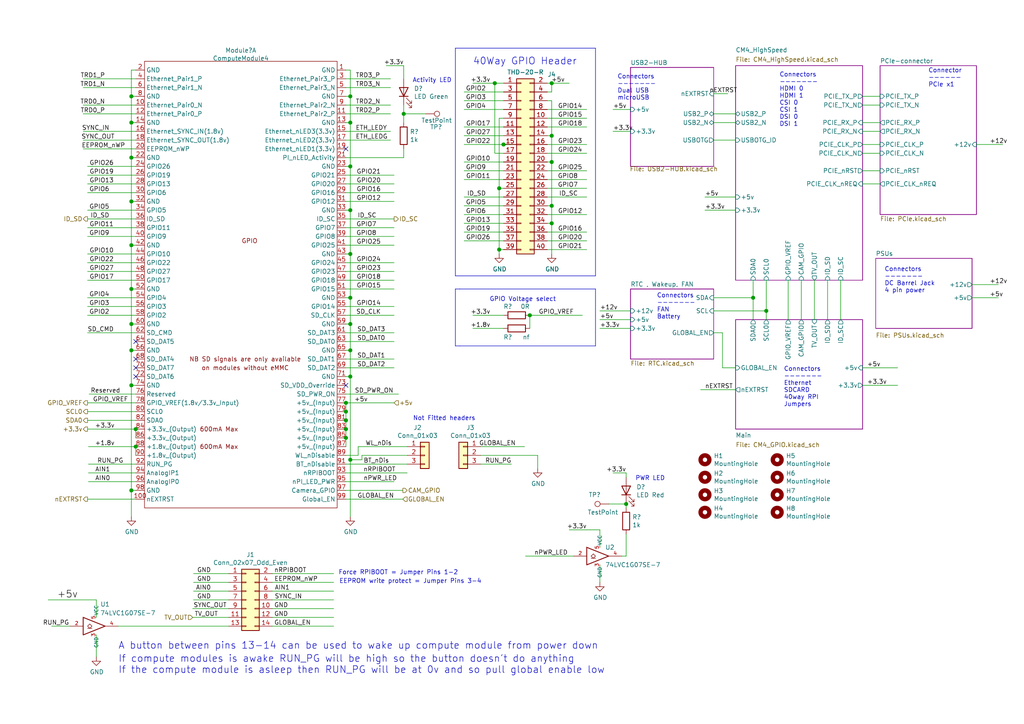
<source format=kicad_sch>
(kicad_sch (version 20250114) (generator "eeschema") (generator_version "9.0")
  (paper "A4")
  (text "If compute modules is awake RUN_PG will be high so the button doesn't do anything\nIf the compute module is asleep then RUN_PG will be at 0v and so pull global enable low" (at 34.29 195.58 0) (effects (font (size 2.007 2.007)) (justify left bottom)))
  (text "EEPROM write protect = Jumper Pins 3-4\n\n" (at 139.7 171.45 0) (effects (font (size 1.27 1.27)) (justify right bottom)))
  (text "Not Fitted headers" (at 137.922 122.174 0) (effects (font (size 1.27 1.27)) (justify right bottom)))
  (text "Activity LED" (at 119.634 24.13 0) (effects (font (size 1.27 1.27)) (justify left bottom)))
  (text "Connectors\n-------\nDC Barrel Jack\n4 pin power" (at 256.54 85.09 0) (effects (font (size 1.27 1.27)) (justify left bottom)))
  (text "Connectors\n-------\nEthernet\nSDCARD\n40way RPI\nJumpers" (at 227.33 118.11 0) (effects (font (size 1.27 1.27)) (justify left bottom)))
  (text "Force RPIBOOT = Jumper Pins 1-2 \n" (at 133.858 166.878 0) (effects (font (size 1.27 1.27)) (justify right bottom)))
  (text "A button between pins 13-14 can be used to wake up compute module from power down\n\n" (at 34.29 191.77 0) (effects (font (size 2.007 2.007)) (justify left bottom)))
  (text "PWR LED" (at 184.277 139.573 0) (effects (font (size 1.27 1.27)) (justify left bottom)))
  (text "Connectors\n-------\nDual USB\nmicroUSB" (at 179.07 29.21 0) (effects (font (size 1.27 1.27)) (justify left bottom)))
  (text "GPIO Voltage select\n" (at 161.29 87.63 0) (effects (font (size 1.27 1.27)) (justify right bottom)))
  (text "Connectors\n-------\nFAN\nBattery" (at 190.5 92.71 0) (effects (font (size 1.27 1.27)) (justify left bottom)))
  (text "40Way GPIO Header" (at 137.16 19.05 0) (effects (font (size 2.007 2.007)) (justify left bottom)))
  (text "Connectors\n-------\nHDMI 0\nHDMI 1\nCSI 0\nCSI 1\nDSI 0\nDSI 1" (at 226.06 36.83 0) (effects (font (size 1.27 1.27)) (justify left bottom)))
  (text "Connector\n------\nPCIe x1" (at 269.24 25.4 0) (effects (font (size 1.27 1.27)) (justify left bottom)))
  (junction (at 160.02 39.37) (diameter 1.016))
  (junction (at 38.1 111.76) (diameter 1.016))
  (junction (at 144.78 72.39) (diameter 1.016))
  (junction (at 101.6 60.96) (diameter 1.016))
  (junction (at 101.6 35.56) (diameter 1.016))
  (junction (at 39.37 124.46) (diameter 1.016))
  (junction (at 101.6 93.98) (diameter 1.016))
  (junction (at 153.67 91.44) (diameter 1.016))
  (junction (at 100.33 127) (diameter 1.016))
  (junction (at 101.6 27.94) (diameter 1.016))
  (junction (at 101.6 73.66) (diameter 1.016))
  (junction (at 38.1 83.82) (diameter 1.016))
  (junction (at 181.61 146.177) (diameter 1.016))
  (junction (at 100.33 119.38) (diameter 1.016))
  (junction (at 101.6 133.35) (diameter 1.016))
  (junction (at 143.51 24.13) (diameter 1.016))
  (junction (at 39.37 129.54) (diameter 1.016))
  (junction (at 101.6 109.22) (diameter 1.016))
  (junction (at 144.78 54.61) (diameter 1.016))
  (junction (at 222.25 90.17) (diameter 1.016))
  (junction (at 218.44 86.36) (diameter 1.016))
  (junction (at 160.02 59.69) (diameter 1.016))
  (junction (at 38.1 71.12) (diameter 1.016))
  (junction (at 38.1 142.24) (diameter 1.016))
  (junction (at 146.05 41.91) (diameter 1.016))
  (junction (at 160.02 24.13) (diameter 1.016))
  (junction (at 100.33 124.46) (diameter 1.016))
  (junction (at 38.1 58.42) (diameter 1.016))
  (junction (at 101.6 48.26) (diameter 1.016))
  (junction (at 160.02 64.77) (diameter 1.016))
  (junction (at 101.6 86.36) (diameter 1.016))
  (junction (at 100.33 116.84) (diameter 1.016))
  (junction (at 117.094 33.02) (diameter 1.016))
  (junction (at 38.1 35.56) (diameter 1.016))
  (junction (at 38.1 101.6) (diameter 1.016))
  (junction (at 100.33 121.92) (diameter 1.016))
  (junction (at 38.1 27.94) (diameter 1.016))
  (junction (at 101.6 101.6) (diameter 1.016))
  (junction (at 38.1 45.72) (diameter 1.016))
  (junction (at 160.02 46.99) (diameter 1.016))
  (junction (at 38.1 93.98) (diameter 1.016))
  (no_connect (at 39.37 99.06))
  (no_connect (at 39.37 109.22))
  (no_connect (at 100.33 111.76))
  (no_connect (at 39.37 104.14))
  (no_connect (at 39.37 106.68))
  (no_connect (at 100.33 43.18))
  (wire (pts (xy 283.21 41.91) (xy 290.83 41.91)))
  (wire (pts (xy 250.19 35.56) (xy 255.27 35.56)))
  (wire (pts (xy 134.62 67.31) (xy 146.05 67.31)))
  (wire (pts (xy 250.19 111.76) (xy 260.35 111.76)))
  (wire (pts (xy 78.994 173.99) (xy 96.774 173.99)))
  (wire (pts (xy 100.33 119.38) (xy 100.33 121.92)))
  (wire (pts (xy 38.1 20.32) (xy 38.1 27.94)))
  (wire (pts (xy 134.62 31.75) (xy 146.05 31.75)))
  (wire (pts (xy 144.78 54.61) (xy 146.05 54.61)))
  (wire (pts (xy 117.094 22.86) (xy 117.094 19.05)))
  (wire (pts (xy 14.986 181.61) (xy 20.32 181.61)))
  (wire (pts (xy 100.33 48.26) (xy 101.6 48.26)))
  (wire (pts (xy 24.13 43.18) (xy 39.37 43.18)))
  (wire (pts (xy 25.654 137.16) (xy 39.37 137.16)))
  (wire (pts (xy 134.62 46.99) (xy 146.05 46.99)))
  (wire (pts (xy 250.19 44.45) (xy 255.27 44.45)))
  (wire (pts (xy 27.94 184.15) (xy 27.94 190.5)))
  (wire (pts (xy 158.75 31.75) (xy 170.18 31.75)))
  (wire (pts (xy 100.33 121.92) (xy 100.33 124.46)))
  (wire (pts (xy 38.1 101.6) (xy 38.1 111.76)))
  (wire (pts (xy 204.47 60.96) (xy 213.36 60.96)))
  (wire (pts (xy 160.02 39.37) (xy 160.02 46.99)))
  (wire (pts (xy 100.33 114.3) (xy 115.57 114.3)))
  (wire (pts (xy 117.094 45.72) (xy 117.094 43.18)))
  (wire (pts (xy 101.6 133.35) (xy 104.9782 133.35)))
  (polyline (pts (xy 172.72 13.97) (xy 132.08 13.97)) (stroke (width 0) (type solid)))
  (wire (pts (xy 158.75 54.61) (xy 170.18 54.61)))
  (wire (pts (xy 38.1 71.12) (xy 38.1 83.82)))
  (wire (pts (xy 27.94 173.99) (xy 27.94 179.07)))
  (wire (pts (xy 139.446 134.62) (xy 148.336 134.62)))
  (wire (pts (xy 100.33 127) (xy 100.33 129.54)))
  (wire (pts (xy 25.654 134.62) (xy 39.37 134.62)))
  (wire (pts (xy 281.94 82.55) (xy 289.56 82.55)))
  (wire (pts (xy 114.3 91.44) (xy 100.33 91.44)))
  (wire (pts (xy 158.75 64.77) (xy 160.02 64.77)))
  (wire (pts (xy 160.02 64.77) (xy 160.02 59.69)))
  (wire (pts (xy 100.33 55.88) (xy 114.3 55.88)))
  (wire (pts (xy 158.75 52.07) (xy 170.18 52.07)))
  (polyline (pts (xy 133.35 83.82) (xy 172.72 83.82)) (stroke (width 0) (type solid)))
  (wire (pts (xy 250.19 27.94) (xy 255.27 27.94)))
  (wire (pts (xy 228.6 81.28) (xy 228.6 92.71)))
  (wire (pts (xy 101.6 86.36) (xy 101.6 93.98)))
  (wire (pts (xy 207.01 96.52) (xy 209.55 96.52)))
  (polyline (pts (xy 172.72 13.97) (xy 172.72 80.01)) (stroke (width 0) (type solid)))
  (wire (pts (xy 25.4 60.96) (xy 39.37 60.96)))
  (wire (pts (xy 158.75 59.69) (xy 160.02 59.69)))
  (wire (pts (xy 100.33 116.84) (xy 100.33 119.38)))
  (wire (pts (xy 38.1 71.12) (xy 39.37 71.12)))
  (wire (pts (xy 39.37 142.24) (xy 38.1 142.24)))
  (wire (pts (xy 103.886 132.08) (xy 103.886 129.54)))
  (wire (pts (xy 134.62 59.69) (xy 146.05 59.69)))
  (wire (pts (xy 24.13 30.48) (xy 39.37 30.48)))
  (wire (pts (xy 100.33 33.02) (xy 113.284 33.02)))
  (wire (pts (xy 25.4 73.66) (xy 39.37 73.66)))
  (wire (pts (xy 100.33 101.6) (xy 101.6 101.6)))
  (wire (pts (xy 181.61 138.43) (xy 181.61 137.16)))
  (wire (pts (xy 144.78 34.29) (xy 144.78 54.61)))
  (wire (pts (xy 148.59 41.91) (xy 146.05 41.91)))
  (wire (pts (xy 207.01 33.02) (xy 213.36 33.02)))
  (wire (pts (xy 78.994 176.53) (xy 96.774 176.53)))
  (wire (pts (xy 137.16 95.25) (xy 146.05 95.25)))
  (wire (pts (xy 104.9782 132.08) (xy 118.11 132.08)))
  (wire (pts (xy 39.37 127) (xy 39.37 124.46)))
  (wire (pts (xy 100.33 22.86) (xy 113.284 22.86)))
  (wire (pts (xy 100.33 142.24) (xy 116.84 142.24)))
  (wire (pts (xy 160.02 26.67) (xy 160.02 24.13)))
  (wire (pts (xy 104.9782 133.35) (xy 104.9782 132.08)))
  (wire (pts (xy 250.19 30.48) (xy 255.27 30.48)))
  (wire (pts (xy 177.8 38.1) (xy 182.88 38.1)))
  (wire (pts (xy 100.33 27.94) (xy 101.6 27.94)))
  (wire (pts (xy 181.61 146.05) (xy 181.61 146.177)))
  (wire (pts (xy 207.01 90.17) (xy 222.25 90.17)))
  (wire (pts (xy 25.4 76.2) (xy 39.37 76.2)))
  (wire (pts (xy 153.67 91.44) (xy 153.67 95.25)))
  (wire (pts (xy 158.75 72.39) (xy 170.18 72.39)))
  (polyline (pts (xy 172.72 83.82) (xy 172.72 100.33)) (stroke (width 0) (type solid)))
  (wire (pts (xy 38.1 27.94) (xy 38.1 35.56)))
  (wire (pts (xy 139.446 129.54) (xy 152.146 129.54)))
  (wire (pts (xy 173.99 163.83) (xy 173.99 168.91)))
  (wire (pts (xy 25.4 55.88) (xy 39.37 55.88)))
  (wire (pts (xy 158.75 69.85) (xy 170.18 69.85)))
  (wire (pts (xy 236.22 92.71) (xy 236.22 81.28)))
  (wire (pts (xy 134.62 36.83) (xy 146.05 36.83)))
  (wire (pts (xy 100.33 134.62) (xy 118.11 134.62)))
  (wire (pts (xy 209.55 106.68) (xy 209.55 96.52)))
  (wire (pts (xy 100.33 25.4) (xy 113.284 25.4)))
  (wire (pts (xy 39.37 129.54) (xy 39.624 129.54)))
  (wire (pts (xy 78.994 168.91) (xy 96.774 168.91)))
  (wire (pts (xy 101.6 109.22) (xy 101.6 133.35)))
  (wire (pts (xy 25.4 68.58) (xy 39.37 68.58)))
  (wire (pts (xy 101.6 27.94) (xy 101.6 35.56)))
  (wire (pts (xy 100.33 109.22) (xy 101.6 109.22)))
  (wire (pts (xy 160.02 64.77) (xy 160.02 73.66)))
  (wire (pts (xy 100.33 53.34) (xy 114.3 53.34)))
  (wire (pts (xy 158.75 41.91) (xy 170.18 41.91)))
  (wire (pts (xy 181.61 154.94) (xy 181.61 161.29)))
  (polyline (pts (xy 133.35 83.82) (xy 132.08 83.82)) (stroke (width 0) (type solid)))
  (wire (pts (xy 153.67 91.44) (xy 168.91 91.44)))
  (wire (pts (xy 100.33 60.96) (xy 101.6 60.96)))
  (wire (pts (xy 158.75 44.45) (xy 170.18 44.45)))
  (wire (pts (xy 13.97 173.99) (xy 27.94 173.99)))
  (wire (pts (xy 25.8572 114.3) (xy 39.37 114.3)))
  (wire (pts (xy 100.33 38.1) (xy 113.284 38.1)))
  (wire (pts (xy 100.33 137.16) (xy 118.11 137.16)))
  (wire (pts (xy 78.994 171.45) (xy 96.774 171.45)))
  (wire (pts (xy 173.99 90.17) (xy 182.88 90.17)))
  (wire (pts (xy 160.02 46.99) (xy 158.75 46.99)))
  (wire (pts (xy 143.51 44.45) (xy 146.05 44.45)))
  (wire (pts (xy 250.19 38.1) (xy 255.27 38.1)))
  (wire (pts (xy 158.75 24.13) (xy 160.02 24.13)))
  (wire (pts (xy 34.29 181.61) (xy 66.294 181.61)))
  (wire (pts (xy 100.33 99.06) (xy 114.3 99.06)))
  (wire (pts (xy 160.02 29.21) (xy 160.02 39.37)))
  (wire (pts (xy 158.75 67.31) (xy 170.18 67.31)))
  (wire (pts (xy 101.6 93.98) (xy 101.6 101.6)))
  (wire (pts (xy 158.75 49.53) (xy 170.18 49.53)))
  (wire (pts (xy 38.1 83.82) (xy 39.37 83.82)))
  (wire (pts (xy 101.6 73.66) (xy 101.6 86.36)))
  (wire (pts (xy 100.33 76.2) (xy 114.3 76.2)))
  (wire (pts (xy 213.36 106.68) (xy 209.55 106.68)))
  (wire (pts (xy 146.05 24.13) (xy 143.51 24.13)))
  (wire (pts (xy 25.4 66.04) (xy 39.37 66.04)))
  (wire (pts (xy 222.25 92.71) (xy 222.25 90.17)))
  (wire (pts (xy 100.33 71.12) (xy 114.3 71.12)))
  (wire (pts (xy 134.62 57.15) (xy 146.05 57.15)))
  (wire (pts (xy 101.6 133.35) (xy 101.6 149.86)))
  (wire (pts (xy 101.6 101.6) (xy 101.6 109.22)))
  (wire (pts (xy 222.25 81.28) (xy 222.25 90.17)))
  (wire (pts (xy 250.19 41.91) (xy 255.27 41.91)))
  (wire (pts (xy 181.61 137.16) (xy 177.8 137.16)))
  (wire (pts (xy 103.886 129.54) (xy 118.11 129.54)))
  (wire (pts (xy 100.33 106.68) (xy 114.3 106.68)))
  (wire (pts (xy 176.6062 146.177) (xy 181.61 146.177)))
  (wire (pts (xy 240.03 81.28) (xy 240.03 92.71)))
  (wire (pts (xy 100.33 139.7) (xy 114.3 139.7)))
  (wire (pts (xy 143.51 24.13) (xy 143.51 44.45)))
  (wire (pts (xy 134.62 29.21) (xy 146.05 29.21)))
  (polyline (pts (xy 132.08 13.97) (xy 132.08 80.01)) (stroke (width 0) (type solid)))
  (wire (pts (xy 134.62 69.85) (xy 146.05 69.85)))
  (polyline (pts (xy 132.08 80.01) (xy 172.72 80.01)) (stroke (width 0) (type solid)))
  (wire (pts (xy 38.1 35.56) (xy 38.1 45.72)))
  (wire (pts (xy 39.37 35.56) (xy 38.1 35.56)))
  (wire (pts (xy 112.014 19.05) (xy 117.094 19.05)))
  (wire (pts (xy 101.6 60.96) (xy 101.6 73.66)))
  (wire (pts (xy 25.4 63.5) (xy 39.37 63.5)))
  (wire (pts (xy 144.78 54.61) (xy 144.78 72.39)))
  (wire (pts (xy 207.01 27.178) (xy 211.074 27.178)))
  (wire (pts (xy 38.1 45.72) (xy 39.37 45.72)))
  (wire (pts (xy 158.75 26.67) (xy 160.02 26.67)))
  (wire (pts (xy 100.33 78.74) (xy 114.3 78.74)))
  (wire (pts (xy 25.4 144.78) (xy 39.37 144.78)))
  (wire (pts (xy 25.4 53.34) (xy 39.37 53.34)))
  (wire (pts (xy 134.62 26.67) (xy 146.05 26.67)))
  (wire (pts (xy 207.01 40.64) (xy 213.36 40.64)))
  (wire (pts (xy 281.94 86.36) (xy 289.56 86.36)))
  (wire (pts (xy 25.4 88.9) (xy 39.37 88.9)))
  (wire (pts (xy 203.2 113.03) (xy 213.36 113.03)))
  (wire (pts (xy 207.01 35.56) (xy 213.36 35.56)))
  (wire (pts (xy 100.33 20.32) (xy 101.6 20.32)))
  (wire (pts (xy 181.61 146.177) (xy 181.61 147.32)))
  (polyline (pts (xy 132.08 100.33) (xy 133.35 100.33)) (stroke (width 0) (type solid)))
  (wire (pts (xy 100.33 63.5) (xy 114.3 63.5)))
  (wire (pts (xy 134.62 52.07) (xy 146.05 52.07)))
  (wire (pts (xy 243.84 92.71) (xy 243.84 81.28)))
  (wire (pts (xy 114.3 104.14) (xy 100.33 104.14)))
  (wire (pts (xy 55.88 176.53) (xy 66.294 176.53)))
  (wire (pts (xy 100.33 40.64) (xy 113.284 40.64)))
  (wire (pts (xy 38.1 111.76) (xy 38.1 142.24)))
  (wire (pts (xy 181.61 161.29) (xy 180.34 161.29)))
  (wire (pts (xy 144.78 72.39) (xy 146.05 72.39)))
  (wire (pts (xy 78.994 166.37) (xy 96.774 166.37)))
  (wire (pts (xy 101.6 35.56) (xy 101.6 48.26)))
  (wire (pts (xy 177.8 31.75) (xy 182.88 31.75)))
  (wire (pts (xy 38.1 93.98) (xy 38.1 101.6)))
  (wire (pts (xy 56.134 168.91) (xy 66.294 168.91)))
  (wire (pts (xy 158.75 62.23) (xy 170.18 62.23)))
  (wire (pts (xy 38.1 101.6) (xy 39.37 101.6)))
  (wire (pts (xy 114.3 96.52) (xy 100.33 96.52)))
  (wire (pts (xy 250.19 53.34) (xy 255.27 53.34)))
  (wire (pts (xy 24.13 25.4) (xy 39.37 25.4)))
  (wire (pts (xy 100.33 93.98) (xy 101.6 93.98)))
  (wire (pts (xy 100.33 124.46) (xy 100.33 127)))
  (wire (pts (xy 100.33 88.9) (xy 114.3 88.9)))
  (wire (pts (xy 25.654 139.7) (xy 39.37 139.7)))
  (wire (pts (xy 39.37 27.94) (xy 38.1 27.94)))
  (wire (pts (xy 100.33 73.66) (xy 101.6 73.66)))
  (wire (pts (xy 146.05 34.29) (xy 144.78 34.29)))
  (wire (pts (xy 218.44 86.36) (xy 218.44 92.71)))
  (wire (pts (xy 100.33 50.8) (xy 114.3 50.8)))
  (wire (pts (xy 100.33 86.36) (xy 101.6 86.36)))
  (wire (pts (xy 25.4 96.52) (xy 39.37 96.52)))
  (wire (pts (xy 117.094 35.56) (xy 117.094 33.02)))
  (wire (pts (xy 100.33 116.84) (xy 114.3 116.84)))
  (wire (pts (xy 56.134 171.45) (xy 66.294 171.45)))
  (wire (pts (xy 100.33 58.42) (xy 114.3 58.42)))
  (wire (pts (xy 134.62 49.53) (xy 146.05 49.53)))
  (wire (pts (xy 25.654 129.54) (xy 39.37 129.54)))
  (polyline (pts (xy 172.72 100.33) (xy 133.35 100.33)) (stroke (width 0) (type solid)))
  (wire (pts (xy 56.134 173.99) (xy 66.294 173.99)))
  (wire (pts (xy 173.99 92.71) (xy 182.88 92.71)))
  (wire (pts (xy 134.62 39.37) (xy 146.05 39.37)))
  (wire (pts (xy 38.1 45.72) (xy 38.1 58.42)))
  (wire (pts (xy 100.33 35.56) (xy 101.6 35.56)))
  (wire (pts (xy 134.62 64.77) (xy 146.05 64.77)))
  (wire (pts (xy 25.4 124.46) (xy 39.37 124.46)))
  (wire (pts (xy 117.094 33.02) (xy 117.094 30.48)))
  (wire (pts (xy 204.47 57.15) (xy 213.36 57.15)))
  (wire (pts (xy 160.02 59.69) (xy 160.02 46.99)))
  (wire (pts (xy 38.1 111.76) (xy 39.37 111.76)))
  (wire (pts (xy 25.4 86.36) (xy 39.37 86.36)))
  (wire (pts (xy 78.994 181.61) (xy 96.774 181.61)))
  (polyline (pts (xy 132.08 100.33) (xy 132.08 83.82)) (stroke (width 0) (type solid)))
  (wire (pts (xy 144.78 72.39) (xy 144.78 73.66)))
  (wire (pts (xy 55.88 179.07) (xy 66.294 179.07)))
  (wire (pts (xy 100.33 81.28) (xy 114.3 81.28)))
  (wire (pts (xy 100.33 132.08) (xy 103.886 132.08)))
  (wire (pts (xy 38.1 58.42) (xy 39.37 58.42)))
  (wire (pts (xy 24.13 40.64) (xy 39.37 40.64)))
  (wire (pts (xy 100.33 68.58) (xy 114.3 68.58)))
  (wire (pts (xy 56.134 166.37) (xy 66.294 166.37)))
  (wire (pts (xy 24.13 38.1) (xy 39.37 38.1)))
  (wire (pts (xy 232.41 92.71) (xy 232.41 81.28)))
  (wire (pts (xy 173.99 158.75) (xy 173.99 153.67)))
  (wire (pts (xy 100.33 66.04) (xy 114.3 66.04)))
  (wire (pts (xy 24.13 22.86) (xy 39.37 22.86)))
  (wire (pts (xy 25.4 116.84) (xy 39.37 116.84)))
  (wire (pts (xy 218.44 81.28) (xy 218.44 86.36)))
  (wire (pts (xy 25.4 48.26) (xy 39.37 48.26)))
  (wire (pts (xy 101.6 48.26) (xy 101.6 60.96)))
  (wire (pts (xy 173.99 95.25) (xy 182.88 95.25)))
  (wire (pts (xy 25.4 91.44) (xy 39.37 91.44)))
  (wire (pts (xy 207.01 86.36) (xy 218.44 86.36)))
  (wire (pts (xy 152.4 161.29) (xy 166.37 161.29)))
  (wire (pts (xy 25.4 121.92) (xy 39.37 121.92)))
  (wire (pts (xy 123.444 33.02) (xy 117.094 33.02)))
  (wire (pts (xy 78.994 179.07) (xy 96.774 179.07)))
  (wire (pts (xy 100.33 45.72) (xy 117.094 45.72)))
  (wire (pts (xy 100.33 144.78) (xy 116.84 144.78)))
  (wire (pts (xy 24.13 33.02) (xy 39.37 33.02)))
  (wire (pts (xy 101.6 20.32) (xy 101.6 27.94)))
  (wire (pts (xy 139.446 132.08) (xy 155.956 132.08)))
  (wire (pts (xy 160.02 39.37) (xy 158.75 39.37)))
  (wire (pts (xy 250.19 49.53) (xy 255.27 49.53)))
  (wire (pts (xy 158.75 57.15) (xy 170.18 57.15)))
  (wire (pts (xy 100.33 83.82) (xy 114.3 83.82)))
  (wire (pts (xy 134.62 62.23) (xy 146.05 62.23)))
  (wire (pts (xy 39.37 132.08) (xy 39.37 129.54)))
  (wire (pts (xy 38.1 142.24) (xy 38.1 149.86)))
  (wire (pts (xy 25.4 50.8) (xy 39.37 50.8)))
  (wire (pts (xy 134.62 41.91) (xy 146.05 41.91)))
  (wire (pts (xy 39.37 20.32) (xy 38.1 20.32)))
  (wire (pts (xy 38.1 93.98) (xy 39.37 93.98)))
  (wire (pts (xy 100.33 30.48) (xy 113.284 30.48)))
  (wire (pts (xy 173.99 153.67) (xy 165.1 153.67)))
  (wire (pts (xy 158.75 36.83) (xy 170.18 36.83)))
  (wire (pts (xy 25.4 81.28) (xy 39.37 81.28)))
  (wire (pts (xy 160.02 24.13) (xy 165.1 24.13)))
  (wire (pts (xy 260.35 106.68) (xy 250.19 106.68)))
  (wire (pts (xy 158.75 34.29) (xy 170.18 34.29)))
  (wire (pts (xy 158.75 29.21) (xy 160.02 29.21)))
  (wire (pts (xy 38.1 83.82) (xy 38.1 93.98)))
  (wire (pts (xy 25.4 78.74) (xy 39.37 78.74)))
  (wire (pts (xy 155.956 132.08) (xy 155.956 135.89)))
  (wire (pts (xy 38.1 58.42) (xy 38.1 71.12)))
  (wire (pts (xy 137.16 24.13) (xy 143.51 24.13)))
  (wire (pts (xy 25.4 119.38) (xy 39.37 119.38)))
  (wire (pts (xy 137.16 91.44) (xy 146.05 91.44)))
  (label "GPIO16" (at 110.49 55.88 180))
  (label "RUN_PG" (at 20.066 181.61 180))
  (label "TRD0_P" (at 30.48 33.02 180))
  (label "WL_nDis" (at 113.665 129.54 180))
  (label "TRD0_N" (at 30.48 30.48 180))
  (label "GPIO15" (at 110.49 83.82 180))
  (label "nPWR_LED" (at 105.41 139.7 0))
  (label "+3.3v" (at 33.274 124.46 180))
  (label "GPIO11" (at 142.24 52.07 180))
  (label "nPWR_LED" (at 154.94 161.29 0))
  (label "GPIO27" (at 33.02 78.74 180))
  (label "GPIO27" (at 142.24 39.37 180))
  (label "AIN0" (at 61.214 171.45 180))
  (label "ID_SC" (at 109.22 63.5 180))
  (label "GPIO3" (at 31.75 88.9 180))
  (label "RUN_PG" (at 148.336 134.62 180))
  (label "SD_DAT1" (at 111.76 104.14 180))
  (label "GPIO24" (at 110.49 76.2 180))
  (label "SD_DAT3" (at 111.76 96.52 180))
  (label "+5v" (at 163.83 24.13 180))
  (label "GPIO7" (at 167.64 54.61 180))
  (label "TRD1_P" (at 30.48 22.86 180))
  (label "+5v" (at 177.8 31.75 0))
  (label "+12v" (at 287.02 41.91 0))
  (label "GND" (at 61.214 166.37 180))
  (label "EEPROM_nWP" (at 92.202 168.91 180))
  (label "GPIO26" (at 142.24 69.85 180))
  (label "GPIO6" (at 31.75 55.88 180))
  (label "AIN0" (at 32.004 139.7 180))
  (label "SD_DAT0" (at 111.76 99.06 180))
  (label "GPIO8" (at 167.64 52.07 180))
  (label "GPIO3" (at 140.97 29.21 180))
  (label "GPIO2" (at 31.75 91.44 180))
  (label "EEPROM_nWP" (at 36.322 43.18 180))
  (label "GPIO14" (at 110.49 88.9 180))
  (label "SD_CLK" (at 110.49 91.44 180))
  (label "GPIO21" (at 168.91 72.39 180))
  (label "GPIO22" (at 33.02 76.2 180))
  (label "+3.3v" (at 173.99 95.25 0))
  (label "ETH_LEDG" (at 103.124 40.64 0))
  (label "GPIO4" (at 140.97 31.75 180))
  (label "GPIO_VREF" (at 26.924 116.84 0))
  (label "GPIO8" (at 109.22 68.58 180))
  (label "TRD3_P" (at 103.124 22.86 0))
  (label "Reserved" (at 34.925 114.3 180))
  (label "GPIO18" (at 110.49 81.28 180))
  (label "+5v" (at 287.02 86.36 0))
  (label "SD_CMD" (at 33.02 96.52 180))
  (label "GPIO23" (at 110.49 78.74 180))
  (label "GPIO20" (at 168.91 69.85 180))
  (label "SYNC_IN" (at 87.63 173.99 180))
  (label "GPIO6" (at 140.97 62.23 180))
  (label "+5v" (at 204.47 57.15 0))
  (label "TRD1_N" (at 30.48 25.4 180))
  (label "+1.8v" (at 33.274 129.54 180))
  (label "GPIO13" (at 142.24 64.77 180))
  (label "BT_nDis" (at 112.8776 134.62 180))
  (label "ETH_LEDY" (at 103.124 38.1 0))
  (label "GPIO15" (at 168.91 34.29 180))
  (label "GPIO10" (at 142.24 46.99 180))
  (label "GPIO16" (at 168.91 67.31 180))
  (label "+3.3v" (at 181.61 137.16 180))
  (label "GPIO18" (at 168.91 36.83 180))
  (label "nRPIBOOT" (at 114.7572 137.16 180))
  (label "GPIO17" (at 33.02 81.28 180))
  (label "TRD3_N" (at 103.124 25.4 0))
  (label "GPIO5" (at 140.97 59.69 180))
  (label "SYNC_OUT" (at 65.786 176.53 180))
  (label "nEXTRST" (at 204.47 113.03 0))
  (label "ID_SC" (at 167.64 57.15 180))
  (label "+5v" (at 16.51 173.99 0) (effects (font (size 2.0066 2.0066))))
  (label "+3.3v" (at 142.24 91.44 180))
  (label "+5v" (at 251.46 106.68 0))
  (label "GPIO23" (at 168.91 41.91 180))
  (label "SD_PWR_ON" (at 102.87 114.3 0))
  (label "GPIO14" (at 168.91 31.75 180))
  (label "GPIO2" (at 140.97 26.67 180))
  (label "SD_DAT2" (at 111.76 106.68 180))
  (label "nEXTRST" (at 205.74 27.178 0))
  (label "GPIO12" (at 110.49 58.42 180))
  (label "+3.3v" (at 177.8 38.1 0))
  (label "GPIO13" (at 33.02 53.34 180))
  (label "+1.8v" (at 142.24 95.25 180))
  (label "+5v" (at 173.99 92.71 0))
  (label "GLOBAL_EN" (at 114.3 144.78 180))
  (label "GPIO19" (at 142.24 67.31 180))
  (label "GPIO11" (at 33.02 66.04 180))
  (label "GPIO5" (at 31.75 60.96 180))
  (label "GPIO24" (at 168.91 44.45 180))
  (label "GLOBAL_EN" (at 149.606 129.54 180))
  (label "GPIO21" (at 110.49 50.8 180))
  (label "GPIO25" (at 168.91 49.53 180))
  (label "TRD2_P" (at 103.124 33.02 0))
  (label "GND" (at 61.214 173.99 180))
  (label "GPIO9" (at 140.97 49.53 180))
  (label "GPIO26" (at 33.02 48.26 180))
  (label "GND" (at 83.566 176.53 180))
  (label "SYNC_OUT" (at 33.274 40.64 180))
  (label "GND" (at 83.566 179.07 180))
  (label "GPIO_VREF" (at 156.21 91.44 0))
  (label "GPIO9" (at 31.75 68.58 180))
  (label "GLOBAL_EN" (at 90.17 181.61 180))
  (label "nRPIBOOT" (at 88.9 166.37 180))
  (label "AIN1" (at 84.074 171.45 180))
  (label "GPIO4" (at 31.75 86.36 180))
  (label "GPIO20" (at 110.49 53.34 180))
  (label "RUN_PG" (at 35.814 134.62 180))
  (label "TRD2_N" (at 103.124 30.48 0))
  (label "+3.3v" (at 204.47 60.96 0))
  (label "GPIO17" (at 142.24 36.83 180))
  (label "GPIO7" (at 109.22 66.04 180))
  (label "+5v" (at 106.68 116.84 180))
  (label "ID_SD" (at 31.75 63.5 180))
  (label "ID_SD" (at 140.97 57.15 180))
  (label "GPIO10" (at 33.02 73.66 180))
  (label "GPIO22" (at 142.24 41.91 180))
  (label "GPIO25" (at 110.49 71.12 180))
  (label "+3.3v" (at 251.46 111.76 0))
  (label "GPIO19" (at 33.02 50.8 180))
  (label "AIN1" (at 32.004 137.16 180))
  (label "+3.3v" (at 117.094 19.05 180))
  (label "GPIO12" (at 168.91 62.23 180))
  (label "TV_OUT" (at 63.246 179.07 180))
  (label "+12v" (at 173.99 90.17 0))
  (label "SYNC_IN" (at 31.75 38.1 180))
  (label "+3.3v" (at 170.18 153.67 180))
  (label "GND" (at 61.214 168.91 180))
  (label "+3.3v" (at 142.24 24.13 180))
  (label "+12v" (at 287.02 82.55 0))
  (hierarchical_label "GLOBAL_EN" (shape input) (at 116.84 144.78 0))
  (hierarchical_label "ID_SC" (shape output) (at 114.3 63.5 0))
  (hierarchical_label "SCL0" (shape output) (at 25.4 119.38 180))
  (hierarchical_label "nEXTRST" (shape output) (at 25.4 144.78 180))
  (hierarchical_label "GPIO_VREF" (shape output) (at 25.4 116.84 180))
  (hierarchical_label "ID_SD" (shape output) (at 25.4 63.5 180))
  (hierarchical_label "SDA0" (shape output) (at 25.4 121.92 180))
  (hierarchical_label "+3.3v" (shape output) (at 25.4 124.46 180))
  (hierarchical_label "CAM_GPIO" (shape output) (at 116.84 142.24 0))
  (hierarchical_label "TV_OUT" (shape input) (at 55.88 179.07 180))
  (hierarchical_label "+5v" (shape input) (at 114.3 116.84 0))
  (symbol (lib_id "CM4IO:ComputeModule4-CM4") (at 72.39 76.2 0) (unit 1)
    (property "Reference" "Module?" (at 69.85 14.605 0))
    (property "Value" "ComputeModule4" (at 69.85 16.9164 0))
    (property "Footprint" "CM4IO:Raspberry-Pi-4-Compute-Module" (effects (hide yes)))
    (property "Field4" "Hirose" (effects (hide yes)))
    (property "Field5" "2off DF40C-100DS-0.4V" (effects (hide yes)))
    (property "Field6" "2off DF40C-100DS-0.4V" (effects (hide yes)))
    (property "Field7" "Hirose" (effects (hide yes)))
    (property "Part Description" "	100 Position Connector Receptacle, Center Strip Contacts Surface Mount Gold" (effects (hide yes)))
  )
  (symbol (lib_id "Device:LED") (at 117.094 26.67 90) (unit 1)
    (property "Reference" "D?" (at 120.0658 25.6794 90) (effects (justify right)))
    (property "Value" "LED Green" (at 120.0658 27.9908 90) (effects (justify right)))
    (property "Footprint" "LED_SMD:LED_0603_1608Metric" (effects (hide yes)))
    (property "Datasheet" "http://optoelectronics.liteon.com/upload/download/DS22-2000-226/LTST-S270KGKT.pdf" (effects (hide yes)))
    (property "Field4" "Digikey " (effects (hide yes)))
    (property "Field5" "LTST-S270KGKT" (effects (hide yes)))
    (property "Field6" "SML-A12M8TT86N" (effects (hide yes)))
    (property "Field7" "Rohm" (effects (hide yes)))
    (property "Field8" "650263301" (effects (hide yes)))
    (property "Part Description" "	Green 572nm LED Indication - Discrete 2.2V 2-SMD, No Lead" (effects (hide yes)))
  )
  (symbol (lib_id "Device:R") (at 117.094 39.37 0) (unit 1)
    (property "Reference" "R?" (at 118.872 38.2016 0) (effects (justify left)))
    (property "Value" "1k" (at 118.872 40.513 0) (effects (justify left)))
    (property "Footprint" "Resistor_SMD:R_0402_1005Metric" (effects (hide yes)))
    (property "Datasheet" "https://fscdn.rohm.com/en/products/databook/datasheet/passive/resistor/chip_resistor/mcr-e.pdf" (effects (hide yes)))
    (property "Field4" "Farnell" (effects (hide yes)))
    (property "Field5" "9239235" (effects (hide yes)))
    (property "Field7" "KOA EUROPE GMBH" (effects (hide yes)))
    (property "Field6" "RK73H1ETTP1001F" (effects (hide yes)))
    (property "Part Description" "Resistor 1K M1005 1% 63mW" (effects (hide yes)))
    (property "Field8" "125049511" (effects (hide yes)))
  )
  (symbol (lib_id "Device:LED") (at 181.61 142.24 90) (unit 1)
    (property "Reference" "D?" (at 184.5818 141.2494 90) (effects (justify right)))
    (property "Value" "LED Red" (at 184.5818 143.5608 90) (effects (justify right)))
    (property "Footprint" "LED_SMD:LED_0603_1608Metric" (effects (hide yes)))
    (property "Datasheet" "http://optoelectronics.liteon.com/upload/download/DS22-2000-210/LTST-S270KRKT.pdf" (effects (hide yes)))
    (property "Field4" "Digikey " (effects (hide yes)))
    (property "Field5" "	LTST-S270KRKT" (effects (hide yes)))
    (property "Field6" "SML-A12U8TT86Q" (effects (hide yes)))
    (property "Field7" "Rohm" (effects (hide yes)))
    (property "Field8" "650295101" (effects (hide yes)))
    (property "Part Description" "	Red 620nm LED Indication - Discrete 2.2V 2-SMD, No Lead" (effects (hide yes)))
  )
  (symbol (lib_id "Device:R") (at 181.61 151.13 0) (unit 1)
    (property "Reference" "R?" (at 183.388 149.9616 0) (effects (justify left)))
    (property "Value" "1k" (at 183.388 152.273 0) (effects (justify left)))
    (property "Footprint" "Resistor_SMD:R_0402_1005Metric" (effects (hide yes)))
    (property "Datasheet" "https://fscdn.rohm.com/en/products/databook/datasheet/passive/resistor/chip_resistor/mcr-e.pdf" (effects (hide yes)))
    (property "Field4" "Farnell" (effects (hide yes)))
    (property "Field5" "9239235" (effects (hide yes)))
    (property "Field7" "KOA EUROPE GMBH" (effects (hide yes)))
    (property "Field6" "RK73H1ETTP1001F" (effects (hide yes)))
    (property "Part Description" "Resistor 1K M1005 1% 63mW" (effects (hide yes)))
    (property "Field8" "125049511" (effects (hide yes)))
  )
  (symbol (lib_id "Mechanical:MountingHole") (at 204.47 148.59 0) (unit 1)
    (property "Reference" "H4" (at 207.01 147.447 0) (effects (justify left)))
    (property "Value" "MountingHole" (at 207.01 149.733 0) (effects (justify left)))
    (property "Footprint" "MountingHole:MountingHole_2.7mm_M2.5" (effects (hide yes)))
    (property "Field4" "nf" (effects (hide yes)))
    (property "Field5" "nf" (effects (hide yes)))
    (property "Field6" "nf" (effects (hide yes)))
    (property "Field7" "nf" (effects (hide yes)))
    (property "Part Description" "M2.5 mounting hole" (effects (hide yes)))
  )
  (symbol (lib_id "Mechanical:MountingHole") (at 204.47 143.51 0) (unit 1)
    (property "Reference" "H3" (at 207.01 142.367 0) (effects (justify left)))
    (property "Value" "MountingHole" (at 207.01 144.653 0) (effects (justify left)))
    (property "Footprint" "MountingHole:MountingHole_2.7mm_M2.5" (effects (hide yes)))
    (property "Field4" "nf" (effects (hide yes)))
    (property "Field5" "nf" (effects (hide yes)))
    (property "Field6" "nf" (effects (hide yes)))
    (property "Field7" "nf" (effects (hide yes)))
    (property "Part Description" "M2.5 mounting hole" (effects (hide yes)))
  )
  (symbol (lib_id "Mechanical:MountingHole") (at 204.47 138.43 0) (unit 1)
    (property "Reference" "H2" (at 207.01 137.287 0) (effects (justify left)))
    (property "Value" "MountingHole" (at 207.01 139.573 0) (effects (justify left)))
    (property "Footprint" "MountingHole:MountingHole_2.7mm_M2.5" (effects (hide yes)))
    (property "Field4" "nf" (effects (hide yes)))
    (property "Field5" "nf" (effects (hide yes)))
    (property "Field6" "nf" (effects (hide yes)))
    (property "Field7" "nf" (effects (hide yes)))
    (property "Part Description" "M2.5 mounting hole" (effects (hide yes)))
  )
  (symbol (lib_id "Mechanical:MountingHole") (at 204.47 133.35 0) (unit 1)
    (property "Reference" "H1" (at 207.01 132.207 0) (effects (justify left)))
    (property "Value" "MountingHole" (at 207.01 134.493 0) (effects (justify left)))
    (property "Footprint" "MountingHole:MountingHole_2.7mm_M2.5" (effects (hide yes)))
    (property "Field4" "nf" (effects (hide yes)))
    (property "Field5" "nf" (effects (hide yes)))
    (property "Field6" "nf" (effects (hide yes)))
    (property "Field7" "nf" (effects (hide yes)))
    (property "Part Description" "M2.5 mounting hole" (effects (hide yes)))
  )
  (symbol (lib_id "Mechanical:MountingHole") (at 225.425 133.35 0) (unit 1)
    (property "Reference" "H5" (at 227.965 132.207 0) (effects (justify left)))
    (property "Value" "MountingHole" (at 227.965 134.493 0) (effects (justify left)))
    (property "Footprint" "MountingHole:MountingHole_2.7mm_M2.5" (effects (hide yes)))
    (property "Field4" "nf" (effects (hide yes)))
    (property "Field5" "nf" (effects (hide yes)))
    (property "Field6" "nf" (effects (hide yes)))
    (property "Field7" "nf" (effects (hide yes)))
    (property "Part Description" "M2.5 mounting hole" (effects (hide yes)))
  )
  (symbol (lib_id "Mechanical:MountingHole") (at 225.425 148.59 0) (unit 1)
    (property "Reference" "H8" (at 227.965 147.447 0) (effects (justify left)))
    (property "Value" "MountingHole" (at 227.965 149.733 0) (effects (justify left)))
    (property "Footprint" "MountingHole:MountingHole_2.7mm_M2.5" (effects (hide yes)))
    (property "Field4" "nf" (effects (hide yes)))
    (property "Field5" "nf" (effects (hide yes)))
    (property "Field6" "nf" (effects (hide yes)))
    (property "Field7" "nf" (effects (hide yes)))
    (property "Part Description" "M2.5 mounting hole" (effects (hide yes)))
  )
  (symbol (lib_id "Mechanical:MountingHole") (at 225.425 143.51 0) (unit 1)
    (property "Reference" "H7" (at 227.965 142.367 0) (effects (justify left)))
    (property "Value" "MountingHole" (at 227.965 144.653 0) (effects (justify left)))
    (property "Footprint" "MountingHole:MountingHole_2.7mm_M2.5" (effects (hide yes)))
    (property "Field4" "nf" (effects (hide yes)))
    (property "Field5" "nf" (effects (hide yes)))
    (property "Field6" "nf" (effects (hide yes)))
    (property "Field7" "nf" (effects (hide yes)))
    (property "Part Description" "M2.5 mounting hole" (effects (hide yes)))
  )
  (symbol (lib_id "Mechanical:MountingHole") (at 225.425 138.43 0) (unit 1)
    (property "Reference" "H6" (at 227.965 137.287 0) (effects (justify left)))
    (property "Value" "MountingHole" (at 227.965 139.573 0) (effects (justify left)))
    (property "Footprint" "MountingHole:MountingHole_2.7mm_M2.5" (effects (hide yes)))
    (property "Field4" "nf" (effects (hide yes)))
    (property "Field5" "nf" (effects (hide yes)))
    (property "Field6" "nf" (effects (hide yes)))
    (property "Field7" "nf" (effects (hide yes)))
    (property "Part Description" "M2.5 mounting hole" (effects (hide yes)))
  )
  (symbol (lib_id "Connector:TestPoint") (at 176.6062 146.177 90) (unit 1)
    (property "Reference" "TP?" (at 174.244 143.51 90) (effects (justify left)))
    (property "Value" "TestPoint" (at 179.324 148.59 90) (effects (justify left)))
    (property "Footprint" "TestPoint:TestPoint_Pad_2.0x2.0mm" (effects (hide yes)))
    (property "Field4" "nf" (effects (hide yes)))
    (property "Field5" "nf" (effects (hide yes)))
    (property "Field6" "nf" (effects (hide yes)))
    (property "Field7" "nf" (effects (hide yes)))
  )
  (symbol (lib_id "Device:R") (at 149.86 91.44 90) (unit 1)
    (property "Reference" "R?" (at 148.59 88.9 90) (effects (justify left)))
    (property "Value" "0R" (at 153.67 88.9 90) (effects (justify left)))
    (property "Footprint" "Resistor_SMD:R_0805_2012Metric_Pad1.15x1.40mm_HandSolder" (effects (hide yes)))
    (property "Datasheet" "https://fscdn.rohm.com/en/products/databook/datasheet/passive/resistor/chip_resistor/mcr-e.pdf" (effects (hide yes)))
    (property "Field4" "Farnell" (effects (hide yes)))
    (property "Field5" "9233750" (effects (hide yes)))
    (property "Field7" "Rohm" (effects (hide yes)))
    (property "Field6" "MCR10EZPJ000" (effects (hide yes)))
    (property "Part Description" "Resistor 0R M2012 5% " (effects (hide yes)))
    (property "Field8" "121629591" (effects (hide yes)))
  )
  (symbol (lib_id "Device:R") (at 149.86 95.25 90) (unit 1)
    (property "Reference" "R?" (at 148.59 97.79 90) (effects (justify left)))
    (property "Value" "nf" (at 153.67 97.79 90) (effects (justify left)))
    (property "Footprint" "Resistor_SMD:R_0805_2012Metric_Pad1.15x1.40mm_HandSolder" (effects (hide yes)))
    (property "Datasheet" "https://fscdn.rohm.com/en/products/databook/datasheet/passive/resistor/chip_resistor/mcr-e.pdf" (effects (hide yes)))
    (property "Field4" "nf" (effects (hide yes)))
    (property "Field5" "nf" (effects (hide yes)))
    (property "Field6" "nf" (effects (hide yes)))
  )
  (symbol (lib_id "CM4IO:74LVC1G07_copy") (at 173.99 161.29 0) (unit 1)
    (property "Reference" "U2" (at 175.514 158.75 0) (effects (justify left)))
    (property "Value" "74LVC1G07SE-7" (at 175.514 163.83 0) (effects (justify left)))
    (property "Footprint" "Package_TO_SOT_SMD:SOT-353_SC-70-5" (effects (hide yes)))
    (property "Datasheet" "https://www.diodes.com/assets/Datasheets/74LVC1G07.pdf" (effects (hide yes)))
    (property "Field4" "Farnell" (effects (hide yes)))
    (property "Field5" "2425492" (effects (hide yes)))
    (property "Field6" "74LVC1G07SE-7" (effects (hide yes)))
    (property "Field7" "Diodes" (effects (hide yes)))
    (property "Part Description" "Buffer, Non-Inverting 1 Element 1 Bit per Element Open Drain Output SOT-353" (effects (hide yes)))
  )
  (symbol (lib_id "power:GND") (at 38.1 149.86 0) (unit 1)
    (property "Reference" "#PWR07" (effects (hide yes)))
    (property "Value" "GND" (at 38.227 154.2542 0))
  )
  (symbol (lib_id "CM4IO:74LVC1G07_copy") (at 27.94 181.61 0) (unit 1)
    (property "Reference" "U1" (at 30.48 175.26 0))
    (property "Value" "74LVC1G07SE-7" (at 37.084 177.8 0))
    (property "Footprint" "Package_TO_SOT_SMD:SOT-353_SC-70-5" (effects (hide yes)))
    (property "Datasheet" "https://www.diodes.com/assets/Datasheets/74LVC1G07.pdf" (effects (hide yes)))
    (property "Field4" "Farnell" (effects (hide yes)))
    (property "Field5" "2425492" (effects (hide yes)))
    (property "Field6" "74LVC1G07SE-7" (effects (hide yes)))
    (property "Field7" "Diodes" (effects (hide yes)))
    (property "Part Description" "Buffer, Non-Inverting 1 Element 1 Bit per Element Open Drain Output SOT-353" (effects (hide yes)))
  )
  (symbol (lib_id "Connector_Generic:Conn_01x03") (at 134.366 132.08 0) (mirror y) (unit 1)
    (property "Reference" "J3" (at 136.4488 124.0282 0))
    (property "Value" "Conn_01x03" (at 136.4488 126.3396 0))
    (property "Footprint" "Connector_PinHeader_2.54mm:PinHeader_1x03_P2.54mm_Vertical" (effects (hide yes)))
    (property "Field4" "nf" (effects (hide yes)))
    (property "Field5" "nf" (effects (hide yes)))
    (property "Field6" "nf" (effects (hide yes)))
    (property "Field7" "nf" (effects (hide yes)))
    (property "Part Description" "3pin 0.1\" connector" (effects (hide yes)))
  )
  (symbol (lib_id "Connector_Generic:Conn_02x07_Odd_Even") (at 71.374 173.99 0) (unit 1)
    (property "Reference" "J1" (at 72.644 160.8836 0))
    (property "Value" "Conn_02x07_Odd_Even" (at 72.644 163.195 0))
    (property "Footprint" "Connector_PinHeader_2.54mm:PinHeader_2x07_P2.54mm_Vertical" (effects (hide yes)))
    (property "Datasheet" "https://www.toby.co.uk/uploads/publications/1673.pdf" (effects (hide yes)))
    (property "Field4" "Toby" (effects (hide yes)))
    (property "Field5" "THD-07-R" (effects (hide yes)))
    (property "Field6" "THD-07-R" (effects (hide yes)))
    (property "Field7" "Toby" (effects (hide yes)))
    (property "Part Description" "PinHeader_2x07_P2.54mm_Vertical" (effects (hide yes)))
  )
  (symbol (lib_id "Connector:TestPoint") (at 123.444 33.02 270) (unit 1)
    (property "Reference" "TP?" (at 124.714 36.83 90) (effects (justify left)))
    (property "Value" "TestPoint" (at 122.174 34.925 90) (effects (justify left)))
    (property "Footprint" "TestPoint:TestPoint_Pad_2.0x2.0mm" (effects (hide yes)))
    (property "Field4" "nf" (effects (hide yes)))
    (property "Field5" "nf" (effects (hide yes)))
    (property "Field6" "nf" (effects (hide yes)))
    (property "Field7" "nf" (effects (hide yes)))
  )
  (symbol (lib_id "power:GND") (at 160.02 73.66 0) (unit 1)
    (property "Reference" "#PWR011" (effects (hide yes)))
    (property "Value" "GND" (at 160.147 78.0542 0))
  )
  (symbol (lib_id "power:GND") (at 101.6 149.86 0) (unit 1)
    (property "Reference" "#PWR08" (effects (hide yes)))
    (property "Value" "GND" (at 101.727 154.2542 0))
  )
  (symbol (lib_id "Connector_Generic:Conn_01x03") (at 123.19 132.08 0) (unit 1)
    (property "Reference" "J2" (at 121.1072 124.0282 0))
    (property "Value" "Conn_01x03" (at 121.1072 126.3396 0))
    (property "Footprint" "Connector_PinHeader_2.54mm:PinHeader_1x03_P2.54mm_Vertical" (effects (hide yes)))
    (property "Field4" "nf" (effects (hide yes)))
    (property "Field5" "nf" (effects (hide yes)))
    (property "Field6" "nf" (effects (hide yes)))
    (property "Field7" "nf" (effects (hide yes)))
    (property "Part Description" "3pin 0.1\" connector" (effects (hide yes)))
  )
  (symbol (lib_id "power:GND") (at 173.99 168.91 0) (unit 1)
    (property "Reference" "#PWR012" (effects (hide yes)))
    (property "Value" "GND" (at 174.117 173.3042 0))
  )
  (symbol (lib_id "power:GND") (at 144.78 73.66 0) (unit 1)
    (property "Reference" "#PWR09" (effects (hide yes)))
    (property "Value" "GND" (at 144.907 78.0542 0))
  )
  (symbol (lib_id "power:GND") (at 155.956 135.89 0) (unit 1)
    (property "Reference" "#PWR010" (effects (hide yes)))
    (property "Value" "GND" (at 156.083 140.2842 0))
  )
  (symbol (lib_id "Connector_Generic:Conn_02x20_Odd_Even") (at 151.13 46.99 0) (unit 1)
    (property "Reference" "J4" (at 160.02 21.59 0))
    (property "Value" "THD-20-R" (at 152.4 20.9296 0))
    (property "Footprint" "Connector_PinHeader_2.54mm:PinHeader_2x20_P2.54mm_Vertical" (effects (hide yes)))
    (property "Datasheet" "https://www.toby.co.uk/uploads/publications/1673.pdf" (effects (hide yes)))
    (property "Field4" "Toby" (effects (hide yes)))
    (property "Field5" "THD-20-R" (effects (hide yes)))
    (property "Field6" "THD-20-R" (effects (hide yes)))
    (property "Field7" "Toby" (effects (hide yes)))
    (property "Field8" "UCON00511" (effects (hide yes)))
    (property "Part Description" "PinHeader_2x20_P2.54mm_Vertical" (effects (hide yes)))
  )
  (symbol (lib_id "power:GND") (at 27.94 190.5 0) (unit 1)
    (property "Reference" "#PWR06" (effects (hide yes)))
    (property "Value" "GND" (at 28.067 194.8942 0))
  )
  (sheet (at 254 74.93) (size 27.94 20.32) (stroke (width 0.1524) (color 132 0 132 1)) (fill (color 255 255 255 0.0000))
    (property "Sheetname" "PSUs" (at 254 74.2945 0) (effects (justify left bottom)))
    (property "Sheetfile" "PSUs.kicad_sch" (at 254 96.52 0) (effects (justify left top)))
    (pin "+5v" output (at 281.94 86.36 0))
    (pin "+12v" output (at 281.94 82.55 0))
  )
  (sheet (at 182.88 83.82) (size 24.13 20.32) (stroke (width 0.1524) (color 132 0 132 1)) (fill (color 255 255 255 0.0000))
    (property "Sheetname" "RTC , Wakeup, FAN" (at 182.88 83.1845 0) (effects (justify left bottom)))
    (property "Sheetfile" "RTC.kicad_sch" (at 182.88 104.6485 0) (effects (justify left top)))
    (pin "SCL" input (at 207.01 90.17 0))
    (pin "SDA" input (at 207.01 86.36 0))
    (pin "+5v" input (at 182.88 92.71 180))
    (pin "+3.3v" input (at 182.88 95.25 180))
    (pin "GLOBAL_EN" output (at 207.01 96.52 0))
    (pin "+12v" input (at 182.88 90.17 180))
  )
  (sheet (at 182.88 19.558) (size 24.13 28.702) (stroke (width 0.1524) (color 132 0 132 1)) (fill (color 255 255 255 0.0000))
    (property "Sheetname" "USB2-HUB" (at 182.88 18.9225 0) (effects (justify left bottom)))
    (property "Sheetfile" "USB2-HUB.kicad_sch" (at 182.626 48.26 0) (effects (justify left top)))
    (pin "USB2_N" bidirectional (at 207.01 35.56 0))
    (pin "USB2_P" bidirectional (at 207.01 33.02 0))
    (pin "+5v" input (at 182.88 31.75 180))
    (pin "+3.3v" input (at 182.88 38.1 180))
    (pin "nEXTRST" input (at 207.01 27.178 0))
    (pin "USBOTG" output (at 207.01 40.64 0))
  )
  (sheet (at 213.36 19.05) (size 36.83 62.23) (stroke (width 0.1524) (color 132 0 132 1)) (fill (color 255 255 255 0.0000))
    (property "Sheetname" "CM4_HighSpeed" (at 213.36 15.24 0) (effects (justify left bottom)))
    (property "Sheetfile" "CM4_HighSpeed.kicad_sch" (at 213.36 16.51 0) (effects (justify left top)))
    (pin "USB2_N" bidirectional (at 213.36 35.56 180))
    (pin "USB2_P" bidirectional (at 213.36 33.02 180))
    (pin "ID_SC" input (at 243.84 81.28 270))
    (pin "ID_SD" input (at 240.03 81.28 270))
    (pin "CAM_GPIO" input (at 232.41 81.28 270))
    (pin "SCL0" input (at 222.25 81.28 270))
    (pin "SDA0" input (at 218.44 81.28 270))
    (pin "+5v" input (at 213.36 57.15 180))
    (pin "PCIE_CLK_P" output (at 250.19 41.91 0))
    (pin "PCIE_CLK_N" output (at 250.19 44.45 0))
    (pin "PCIE_TX_P" output (at 250.19 27.94 0))
    (pin "PCIE_TX_N" output (at 250.19 30.48 0))
    (pin "PCIE_nRST" output (at 250.19 49.53 0))
    (pin "PCIE_RX_P" input (at 250.19 35.56 0))
    (pin "PCIE_RX_N" input (at 250.19 38.1 0))
    (pin "PCIE_CLK_nREQ" input (at 250.19 53.34 0))
    (pin "+3.3v" input (at 213.36 60.96 180))
    (pin "USBOTG_ID" input (at 213.36 40.64 180))
    (pin "GPIO_VREF" input (at 228.6 81.28 270))
    (pin "TV_OUT" output (at 236.22 81.28 270))
  )
  (sheet (at 255.27 19.05) (size 27.94 43.18) (stroke (width 0.152) (color 132 0 132 1)) (fill (color 255 255 255 0.0000))
    (property "Sheetname" "PCIe-connector" (at 255.27 18.414 0) (effects (justify left bottom)))
    (property "Sheetfile" "PCIe.kicad_sch" (at 255.27 62.7385 0) (effects (justify left top)))
    (pin "PCIE_CLK_P" input (at 255.27 41.91 180))
    (pin "PCIE_CLK_N" input (at 255.27 44.45 180))
    (pin "PCIE_TX_P" input (at 255.27 27.94 180))
    (pin "PCIE_TX_N" input (at 255.27 30.48 180))
    (pin "PCIE_CLK_nREQ" output (at 255.27 53.34 180))
    (pin "PCIE_nRST" input (at 255.27 49.53 180))
    (pin "PCIE_RX_P" output (at 255.27 35.56 180))
    (pin "PCIE_RX_N" output (at 255.27 38.1 180))
    (pin "+12v" input (at 283.21 41.91 0))
  )
  (sheet (at 213.36 92.71) (size 36.83 31.75) (stroke (width 0.1524) (color 132 0 132 1)) (fill (color 255 255 255 0.0000))
    (property "Sheetname" "Main" (at 213.36 127 0) (effects (justify left bottom)))
    (property "Sheetfile" "CM4_GPIO.kicad_sch" (at 213.36 128.27 0) (effects (justify left top)))
    (pin "ID_SC" output (at 243.84 92.71 90))
    (pin "ID_SD" output (at 240.03 92.71 90))
    (pin "CAM_GPIO" output (at 232.41 92.71 90))
    (pin "SCL0" output (at 222.25 92.71 90))
    (pin "SDA0" output (at 218.44 92.71 90))
    (pin "+5v" input (at 250.19 106.68 0))
    (pin "+3.3v" output (at 250.19 111.76 0))
    (pin "nEXTRST" output (at 213.36 113.03 180))
    (pin "GLOBAL_EN" input (at 213.36 106.68 180))
    (pin "GPIO_VREF" output (at 228.6 92.71 90))
    (pin "TV_OUT" input (at 236.22 92.71 90))
  )
)
</source>
